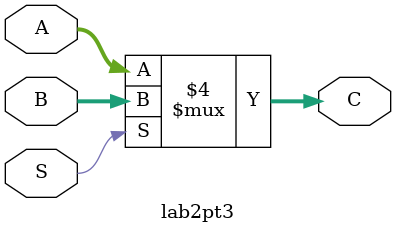
<source format=v>
`timescale 1ns / 1ps

module lab2pt3(
    A,
    B,
    C,
    S);
    
input wire[1:0]A;
input wire[1:0]B;
input wire[0:0]S;
output reg[1:0]C;
    
always @(A or B or S)
begin
    if(S==0)
        C = A;
    else
        C = B;
end 
       
endmodule

</source>
